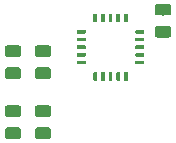
<source format=gbr>
G04 #@! TF.GenerationSoftware,KiCad,Pcbnew,5.0.0*
G04 #@! TF.CreationDate,2018-10-11T21:07:35-04:00*
G04 #@! TF.ProjectId,I2C_Thermocouple,4932435F546865726D6F636F75706C65,rev?*
G04 #@! TF.SameCoordinates,Original*
G04 #@! TF.FileFunction,Paste,Top*
G04 #@! TF.FilePolarity,Positive*
%FSLAX46Y46*%
G04 Gerber Fmt 4.6, Leading zero omitted, Abs format (unit mm)*
G04 Created by KiCad (PCBNEW 5.0.0) date Thu Oct 11 21:07:35 2018*
%MOMM*%
%LPD*%
G01*
G04 APERTURE LIST*
%ADD10C,0.100000*%
%ADD11C,0.300000*%
%ADD12C,0.975000*%
G04 APERTURE END LIST*
D10*
G04 #@! TO.C,U1*
G36*
X192777351Y-84970361D02*
X192784632Y-84971441D01*
X192791771Y-84973229D01*
X192798701Y-84975709D01*
X192805355Y-84978856D01*
X192811668Y-84982640D01*
X192817579Y-84987024D01*
X192823033Y-84991967D01*
X192827976Y-84997421D01*
X192832360Y-85003332D01*
X192836144Y-85009645D01*
X192839291Y-85016299D01*
X192841771Y-85023229D01*
X192843559Y-85030368D01*
X192844639Y-85037649D01*
X192845000Y-85045000D01*
X192845000Y-85195000D01*
X192844639Y-85202351D01*
X192843559Y-85209632D01*
X192841771Y-85216771D01*
X192839291Y-85223701D01*
X192836144Y-85230355D01*
X192832360Y-85236668D01*
X192827976Y-85242579D01*
X192823033Y-85248033D01*
X192817579Y-85252976D01*
X192811668Y-85257360D01*
X192805355Y-85261144D01*
X192798701Y-85264291D01*
X192791771Y-85266771D01*
X192784632Y-85268559D01*
X192777351Y-85269639D01*
X192770000Y-85270000D01*
X192170000Y-85270000D01*
X192162649Y-85269639D01*
X192155368Y-85268559D01*
X192148229Y-85266771D01*
X192141299Y-85264291D01*
X192134645Y-85261144D01*
X192128332Y-85257360D01*
X192122421Y-85252976D01*
X192116967Y-85248033D01*
X192112024Y-85242579D01*
X192107640Y-85236668D01*
X192103856Y-85230355D01*
X192100709Y-85223701D01*
X192098229Y-85216771D01*
X192096441Y-85209632D01*
X192095361Y-85202351D01*
X192095000Y-85195000D01*
X192095000Y-85045000D01*
X192095361Y-85037649D01*
X192096441Y-85030368D01*
X192098229Y-85023229D01*
X192100709Y-85016299D01*
X192103856Y-85009645D01*
X192107640Y-85003332D01*
X192112024Y-84997421D01*
X192116967Y-84991967D01*
X192122421Y-84987024D01*
X192128332Y-84982640D01*
X192134645Y-84978856D01*
X192141299Y-84975709D01*
X192148229Y-84973229D01*
X192155368Y-84971441D01*
X192162649Y-84970361D01*
X192170000Y-84970000D01*
X192770000Y-84970000D01*
X192777351Y-84970361D01*
X192777351Y-84970361D01*
G37*
D11*
X192470000Y-85120000D03*
D10*
G36*
X192777351Y-84320361D02*
X192784632Y-84321441D01*
X192791771Y-84323229D01*
X192798701Y-84325709D01*
X192805355Y-84328856D01*
X192811668Y-84332640D01*
X192817579Y-84337024D01*
X192823033Y-84341967D01*
X192827976Y-84347421D01*
X192832360Y-84353332D01*
X192836144Y-84359645D01*
X192839291Y-84366299D01*
X192841771Y-84373229D01*
X192843559Y-84380368D01*
X192844639Y-84387649D01*
X192845000Y-84395000D01*
X192845000Y-84545000D01*
X192844639Y-84552351D01*
X192843559Y-84559632D01*
X192841771Y-84566771D01*
X192839291Y-84573701D01*
X192836144Y-84580355D01*
X192832360Y-84586668D01*
X192827976Y-84592579D01*
X192823033Y-84598033D01*
X192817579Y-84602976D01*
X192811668Y-84607360D01*
X192805355Y-84611144D01*
X192798701Y-84614291D01*
X192791771Y-84616771D01*
X192784632Y-84618559D01*
X192777351Y-84619639D01*
X192770000Y-84620000D01*
X192170000Y-84620000D01*
X192162649Y-84619639D01*
X192155368Y-84618559D01*
X192148229Y-84616771D01*
X192141299Y-84614291D01*
X192134645Y-84611144D01*
X192128332Y-84607360D01*
X192122421Y-84602976D01*
X192116967Y-84598033D01*
X192112024Y-84592579D01*
X192107640Y-84586668D01*
X192103856Y-84580355D01*
X192100709Y-84573701D01*
X192098229Y-84566771D01*
X192096441Y-84559632D01*
X192095361Y-84552351D01*
X192095000Y-84545000D01*
X192095000Y-84395000D01*
X192095361Y-84387649D01*
X192096441Y-84380368D01*
X192098229Y-84373229D01*
X192100709Y-84366299D01*
X192103856Y-84359645D01*
X192107640Y-84353332D01*
X192112024Y-84347421D01*
X192116967Y-84341967D01*
X192122421Y-84337024D01*
X192128332Y-84332640D01*
X192134645Y-84328856D01*
X192141299Y-84325709D01*
X192148229Y-84323229D01*
X192155368Y-84321441D01*
X192162649Y-84320361D01*
X192170000Y-84320000D01*
X192770000Y-84320000D01*
X192777351Y-84320361D01*
X192777351Y-84320361D01*
G37*
D11*
X192470000Y-84470000D03*
D10*
G36*
X192777351Y-83670361D02*
X192784632Y-83671441D01*
X192791771Y-83673229D01*
X192798701Y-83675709D01*
X192805355Y-83678856D01*
X192811668Y-83682640D01*
X192817579Y-83687024D01*
X192823033Y-83691967D01*
X192827976Y-83697421D01*
X192832360Y-83703332D01*
X192836144Y-83709645D01*
X192839291Y-83716299D01*
X192841771Y-83723229D01*
X192843559Y-83730368D01*
X192844639Y-83737649D01*
X192845000Y-83745000D01*
X192845000Y-83895000D01*
X192844639Y-83902351D01*
X192843559Y-83909632D01*
X192841771Y-83916771D01*
X192839291Y-83923701D01*
X192836144Y-83930355D01*
X192832360Y-83936668D01*
X192827976Y-83942579D01*
X192823033Y-83948033D01*
X192817579Y-83952976D01*
X192811668Y-83957360D01*
X192805355Y-83961144D01*
X192798701Y-83964291D01*
X192791771Y-83966771D01*
X192784632Y-83968559D01*
X192777351Y-83969639D01*
X192770000Y-83970000D01*
X192170000Y-83970000D01*
X192162649Y-83969639D01*
X192155368Y-83968559D01*
X192148229Y-83966771D01*
X192141299Y-83964291D01*
X192134645Y-83961144D01*
X192128332Y-83957360D01*
X192122421Y-83952976D01*
X192116967Y-83948033D01*
X192112024Y-83942579D01*
X192107640Y-83936668D01*
X192103856Y-83930355D01*
X192100709Y-83923701D01*
X192098229Y-83916771D01*
X192096441Y-83909632D01*
X192095361Y-83902351D01*
X192095000Y-83895000D01*
X192095000Y-83745000D01*
X192095361Y-83737649D01*
X192096441Y-83730368D01*
X192098229Y-83723229D01*
X192100709Y-83716299D01*
X192103856Y-83709645D01*
X192107640Y-83703332D01*
X192112024Y-83697421D01*
X192116967Y-83691967D01*
X192122421Y-83687024D01*
X192128332Y-83682640D01*
X192134645Y-83678856D01*
X192141299Y-83675709D01*
X192148229Y-83673229D01*
X192155368Y-83671441D01*
X192162649Y-83670361D01*
X192170000Y-83670000D01*
X192770000Y-83670000D01*
X192777351Y-83670361D01*
X192777351Y-83670361D01*
G37*
D11*
X192470000Y-83820000D03*
D10*
G36*
X192777351Y-83020361D02*
X192784632Y-83021441D01*
X192791771Y-83023229D01*
X192798701Y-83025709D01*
X192805355Y-83028856D01*
X192811668Y-83032640D01*
X192817579Y-83037024D01*
X192823033Y-83041967D01*
X192827976Y-83047421D01*
X192832360Y-83053332D01*
X192836144Y-83059645D01*
X192839291Y-83066299D01*
X192841771Y-83073229D01*
X192843559Y-83080368D01*
X192844639Y-83087649D01*
X192845000Y-83095000D01*
X192845000Y-83245000D01*
X192844639Y-83252351D01*
X192843559Y-83259632D01*
X192841771Y-83266771D01*
X192839291Y-83273701D01*
X192836144Y-83280355D01*
X192832360Y-83286668D01*
X192827976Y-83292579D01*
X192823033Y-83298033D01*
X192817579Y-83302976D01*
X192811668Y-83307360D01*
X192805355Y-83311144D01*
X192798701Y-83314291D01*
X192791771Y-83316771D01*
X192784632Y-83318559D01*
X192777351Y-83319639D01*
X192770000Y-83320000D01*
X192170000Y-83320000D01*
X192162649Y-83319639D01*
X192155368Y-83318559D01*
X192148229Y-83316771D01*
X192141299Y-83314291D01*
X192134645Y-83311144D01*
X192128332Y-83307360D01*
X192122421Y-83302976D01*
X192116967Y-83298033D01*
X192112024Y-83292579D01*
X192107640Y-83286668D01*
X192103856Y-83280355D01*
X192100709Y-83273701D01*
X192098229Y-83266771D01*
X192096441Y-83259632D01*
X192095361Y-83252351D01*
X192095000Y-83245000D01*
X192095000Y-83095000D01*
X192095361Y-83087649D01*
X192096441Y-83080368D01*
X192098229Y-83073229D01*
X192100709Y-83066299D01*
X192103856Y-83059645D01*
X192107640Y-83053332D01*
X192112024Y-83047421D01*
X192116967Y-83041967D01*
X192122421Y-83037024D01*
X192128332Y-83032640D01*
X192134645Y-83028856D01*
X192141299Y-83025709D01*
X192148229Y-83023229D01*
X192155368Y-83021441D01*
X192162649Y-83020361D01*
X192170000Y-83020000D01*
X192770000Y-83020000D01*
X192777351Y-83020361D01*
X192777351Y-83020361D01*
G37*
D11*
X192470000Y-83170000D03*
D10*
G36*
X192777351Y-82370361D02*
X192784632Y-82371441D01*
X192791771Y-82373229D01*
X192798701Y-82375709D01*
X192805355Y-82378856D01*
X192811668Y-82382640D01*
X192817579Y-82387024D01*
X192823033Y-82391967D01*
X192827976Y-82397421D01*
X192832360Y-82403332D01*
X192836144Y-82409645D01*
X192839291Y-82416299D01*
X192841771Y-82423229D01*
X192843559Y-82430368D01*
X192844639Y-82437649D01*
X192845000Y-82445000D01*
X192845000Y-82595000D01*
X192844639Y-82602351D01*
X192843559Y-82609632D01*
X192841771Y-82616771D01*
X192839291Y-82623701D01*
X192836144Y-82630355D01*
X192832360Y-82636668D01*
X192827976Y-82642579D01*
X192823033Y-82648033D01*
X192817579Y-82652976D01*
X192811668Y-82657360D01*
X192805355Y-82661144D01*
X192798701Y-82664291D01*
X192791771Y-82666771D01*
X192784632Y-82668559D01*
X192777351Y-82669639D01*
X192770000Y-82670000D01*
X192170000Y-82670000D01*
X192162649Y-82669639D01*
X192155368Y-82668559D01*
X192148229Y-82666771D01*
X192141299Y-82664291D01*
X192134645Y-82661144D01*
X192128332Y-82657360D01*
X192122421Y-82652976D01*
X192116967Y-82648033D01*
X192112024Y-82642579D01*
X192107640Y-82636668D01*
X192103856Y-82630355D01*
X192100709Y-82623701D01*
X192098229Y-82616771D01*
X192096441Y-82609632D01*
X192095361Y-82602351D01*
X192095000Y-82595000D01*
X192095000Y-82445000D01*
X192095361Y-82437649D01*
X192096441Y-82430368D01*
X192098229Y-82423229D01*
X192100709Y-82416299D01*
X192103856Y-82409645D01*
X192107640Y-82403332D01*
X192112024Y-82397421D01*
X192116967Y-82391967D01*
X192122421Y-82387024D01*
X192128332Y-82382640D01*
X192134645Y-82378856D01*
X192141299Y-82375709D01*
X192148229Y-82373229D01*
X192155368Y-82371441D01*
X192162649Y-82370361D01*
X192170000Y-82370000D01*
X192770000Y-82370000D01*
X192777351Y-82370361D01*
X192777351Y-82370361D01*
G37*
D11*
X192470000Y-82520000D03*
D10*
G36*
X193727351Y-80970361D02*
X193734632Y-80971441D01*
X193741771Y-80973229D01*
X193748701Y-80975709D01*
X193755355Y-80978856D01*
X193761668Y-80982640D01*
X193767579Y-80987024D01*
X193773033Y-80991967D01*
X193777976Y-80997421D01*
X193782360Y-81003332D01*
X193786144Y-81009645D01*
X193789291Y-81016299D01*
X193791771Y-81023229D01*
X193793559Y-81030368D01*
X193794639Y-81037649D01*
X193795000Y-81045000D01*
X193795000Y-81645000D01*
X193794639Y-81652351D01*
X193793559Y-81659632D01*
X193791771Y-81666771D01*
X193789291Y-81673701D01*
X193786144Y-81680355D01*
X193782360Y-81686668D01*
X193777976Y-81692579D01*
X193773033Y-81698033D01*
X193767579Y-81702976D01*
X193761668Y-81707360D01*
X193755355Y-81711144D01*
X193748701Y-81714291D01*
X193741771Y-81716771D01*
X193734632Y-81718559D01*
X193727351Y-81719639D01*
X193720000Y-81720000D01*
X193570000Y-81720000D01*
X193562649Y-81719639D01*
X193555368Y-81718559D01*
X193548229Y-81716771D01*
X193541299Y-81714291D01*
X193534645Y-81711144D01*
X193528332Y-81707360D01*
X193522421Y-81702976D01*
X193516967Y-81698033D01*
X193512024Y-81692579D01*
X193507640Y-81686668D01*
X193503856Y-81680355D01*
X193500709Y-81673701D01*
X193498229Y-81666771D01*
X193496441Y-81659632D01*
X193495361Y-81652351D01*
X193495000Y-81645000D01*
X193495000Y-81045000D01*
X193495361Y-81037649D01*
X193496441Y-81030368D01*
X193498229Y-81023229D01*
X193500709Y-81016299D01*
X193503856Y-81009645D01*
X193507640Y-81003332D01*
X193512024Y-80997421D01*
X193516967Y-80991967D01*
X193522421Y-80987024D01*
X193528332Y-80982640D01*
X193534645Y-80978856D01*
X193541299Y-80975709D01*
X193548229Y-80973229D01*
X193555368Y-80971441D01*
X193562649Y-80970361D01*
X193570000Y-80970000D01*
X193720000Y-80970000D01*
X193727351Y-80970361D01*
X193727351Y-80970361D01*
G37*
D11*
X193645000Y-81345000D03*
D10*
G36*
X194377351Y-80970361D02*
X194384632Y-80971441D01*
X194391771Y-80973229D01*
X194398701Y-80975709D01*
X194405355Y-80978856D01*
X194411668Y-80982640D01*
X194417579Y-80987024D01*
X194423033Y-80991967D01*
X194427976Y-80997421D01*
X194432360Y-81003332D01*
X194436144Y-81009645D01*
X194439291Y-81016299D01*
X194441771Y-81023229D01*
X194443559Y-81030368D01*
X194444639Y-81037649D01*
X194445000Y-81045000D01*
X194445000Y-81645000D01*
X194444639Y-81652351D01*
X194443559Y-81659632D01*
X194441771Y-81666771D01*
X194439291Y-81673701D01*
X194436144Y-81680355D01*
X194432360Y-81686668D01*
X194427976Y-81692579D01*
X194423033Y-81698033D01*
X194417579Y-81702976D01*
X194411668Y-81707360D01*
X194405355Y-81711144D01*
X194398701Y-81714291D01*
X194391771Y-81716771D01*
X194384632Y-81718559D01*
X194377351Y-81719639D01*
X194370000Y-81720000D01*
X194220000Y-81720000D01*
X194212649Y-81719639D01*
X194205368Y-81718559D01*
X194198229Y-81716771D01*
X194191299Y-81714291D01*
X194184645Y-81711144D01*
X194178332Y-81707360D01*
X194172421Y-81702976D01*
X194166967Y-81698033D01*
X194162024Y-81692579D01*
X194157640Y-81686668D01*
X194153856Y-81680355D01*
X194150709Y-81673701D01*
X194148229Y-81666771D01*
X194146441Y-81659632D01*
X194145361Y-81652351D01*
X194145000Y-81645000D01*
X194145000Y-81045000D01*
X194145361Y-81037649D01*
X194146441Y-81030368D01*
X194148229Y-81023229D01*
X194150709Y-81016299D01*
X194153856Y-81009645D01*
X194157640Y-81003332D01*
X194162024Y-80997421D01*
X194166967Y-80991967D01*
X194172421Y-80987024D01*
X194178332Y-80982640D01*
X194184645Y-80978856D01*
X194191299Y-80975709D01*
X194198229Y-80973229D01*
X194205368Y-80971441D01*
X194212649Y-80970361D01*
X194220000Y-80970000D01*
X194370000Y-80970000D01*
X194377351Y-80970361D01*
X194377351Y-80970361D01*
G37*
D11*
X194295000Y-81345000D03*
D10*
G36*
X195027351Y-80970361D02*
X195034632Y-80971441D01*
X195041771Y-80973229D01*
X195048701Y-80975709D01*
X195055355Y-80978856D01*
X195061668Y-80982640D01*
X195067579Y-80987024D01*
X195073033Y-80991967D01*
X195077976Y-80997421D01*
X195082360Y-81003332D01*
X195086144Y-81009645D01*
X195089291Y-81016299D01*
X195091771Y-81023229D01*
X195093559Y-81030368D01*
X195094639Y-81037649D01*
X195095000Y-81045000D01*
X195095000Y-81645000D01*
X195094639Y-81652351D01*
X195093559Y-81659632D01*
X195091771Y-81666771D01*
X195089291Y-81673701D01*
X195086144Y-81680355D01*
X195082360Y-81686668D01*
X195077976Y-81692579D01*
X195073033Y-81698033D01*
X195067579Y-81702976D01*
X195061668Y-81707360D01*
X195055355Y-81711144D01*
X195048701Y-81714291D01*
X195041771Y-81716771D01*
X195034632Y-81718559D01*
X195027351Y-81719639D01*
X195020000Y-81720000D01*
X194870000Y-81720000D01*
X194862649Y-81719639D01*
X194855368Y-81718559D01*
X194848229Y-81716771D01*
X194841299Y-81714291D01*
X194834645Y-81711144D01*
X194828332Y-81707360D01*
X194822421Y-81702976D01*
X194816967Y-81698033D01*
X194812024Y-81692579D01*
X194807640Y-81686668D01*
X194803856Y-81680355D01*
X194800709Y-81673701D01*
X194798229Y-81666771D01*
X194796441Y-81659632D01*
X194795361Y-81652351D01*
X194795000Y-81645000D01*
X194795000Y-81045000D01*
X194795361Y-81037649D01*
X194796441Y-81030368D01*
X194798229Y-81023229D01*
X194800709Y-81016299D01*
X194803856Y-81009645D01*
X194807640Y-81003332D01*
X194812024Y-80997421D01*
X194816967Y-80991967D01*
X194822421Y-80987024D01*
X194828332Y-80982640D01*
X194834645Y-80978856D01*
X194841299Y-80975709D01*
X194848229Y-80973229D01*
X194855368Y-80971441D01*
X194862649Y-80970361D01*
X194870000Y-80970000D01*
X195020000Y-80970000D01*
X195027351Y-80970361D01*
X195027351Y-80970361D01*
G37*
D11*
X194945000Y-81345000D03*
D10*
G36*
X195677351Y-80970361D02*
X195684632Y-80971441D01*
X195691771Y-80973229D01*
X195698701Y-80975709D01*
X195705355Y-80978856D01*
X195711668Y-80982640D01*
X195717579Y-80987024D01*
X195723033Y-80991967D01*
X195727976Y-80997421D01*
X195732360Y-81003332D01*
X195736144Y-81009645D01*
X195739291Y-81016299D01*
X195741771Y-81023229D01*
X195743559Y-81030368D01*
X195744639Y-81037649D01*
X195745000Y-81045000D01*
X195745000Y-81645000D01*
X195744639Y-81652351D01*
X195743559Y-81659632D01*
X195741771Y-81666771D01*
X195739291Y-81673701D01*
X195736144Y-81680355D01*
X195732360Y-81686668D01*
X195727976Y-81692579D01*
X195723033Y-81698033D01*
X195717579Y-81702976D01*
X195711668Y-81707360D01*
X195705355Y-81711144D01*
X195698701Y-81714291D01*
X195691771Y-81716771D01*
X195684632Y-81718559D01*
X195677351Y-81719639D01*
X195670000Y-81720000D01*
X195520000Y-81720000D01*
X195512649Y-81719639D01*
X195505368Y-81718559D01*
X195498229Y-81716771D01*
X195491299Y-81714291D01*
X195484645Y-81711144D01*
X195478332Y-81707360D01*
X195472421Y-81702976D01*
X195466967Y-81698033D01*
X195462024Y-81692579D01*
X195457640Y-81686668D01*
X195453856Y-81680355D01*
X195450709Y-81673701D01*
X195448229Y-81666771D01*
X195446441Y-81659632D01*
X195445361Y-81652351D01*
X195445000Y-81645000D01*
X195445000Y-81045000D01*
X195445361Y-81037649D01*
X195446441Y-81030368D01*
X195448229Y-81023229D01*
X195450709Y-81016299D01*
X195453856Y-81009645D01*
X195457640Y-81003332D01*
X195462024Y-80997421D01*
X195466967Y-80991967D01*
X195472421Y-80987024D01*
X195478332Y-80982640D01*
X195484645Y-80978856D01*
X195491299Y-80975709D01*
X195498229Y-80973229D01*
X195505368Y-80971441D01*
X195512649Y-80970361D01*
X195520000Y-80970000D01*
X195670000Y-80970000D01*
X195677351Y-80970361D01*
X195677351Y-80970361D01*
G37*
D11*
X195595000Y-81345000D03*
D10*
G36*
X196327351Y-80970361D02*
X196334632Y-80971441D01*
X196341771Y-80973229D01*
X196348701Y-80975709D01*
X196355355Y-80978856D01*
X196361668Y-80982640D01*
X196367579Y-80987024D01*
X196373033Y-80991967D01*
X196377976Y-80997421D01*
X196382360Y-81003332D01*
X196386144Y-81009645D01*
X196389291Y-81016299D01*
X196391771Y-81023229D01*
X196393559Y-81030368D01*
X196394639Y-81037649D01*
X196395000Y-81045000D01*
X196395000Y-81645000D01*
X196394639Y-81652351D01*
X196393559Y-81659632D01*
X196391771Y-81666771D01*
X196389291Y-81673701D01*
X196386144Y-81680355D01*
X196382360Y-81686668D01*
X196377976Y-81692579D01*
X196373033Y-81698033D01*
X196367579Y-81702976D01*
X196361668Y-81707360D01*
X196355355Y-81711144D01*
X196348701Y-81714291D01*
X196341771Y-81716771D01*
X196334632Y-81718559D01*
X196327351Y-81719639D01*
X196320000Y-81720000D01*
X196170000Y-81720000D01*
X196162649Y-81719639D01*
X196155368Y-81718559D01*
X196148229Y-81716771D01*
X196141299Y-81714291D01*
X196134645Y-81711144D01*
X196128332Y-81707360D01*
X196122421Y-81702976D01*
X196116967Y-81698033D01*
X196112024Y-81692579D01*
X196107640Y-81686668D01*
X196103856Y-81680355D01*
X196100709Y-81673701D01*
X196098229Y-81666771D01*
X196096441Y-81659632D01*
X196095361Y-81652351D01*
X196095000Y-81645000D01*
X196095000Y-81045000D01*
X196095361Y-81037649D01*
X196096441Y-81030368D01*
X196098229Y-81023229D01*
X196100709Y-81016299D01*
X196103856Y-81009645D01*
X196107640Y-81003332D01*
X196112024Y-80997421D01*
X196116967Y-80991967D01*
X196122421Y-80987024D01*
X196128332Y-80982640D01*
X196134645Y-80978856D01*
X196141299Y-80975709D01*
X196148229Y-80973229D01*
X196155368Y-80971441D01*
X196162649Y-80970361D01*
X196170000Y-80970000D01*
X196320000Y-80970000D01*
X196327351Y-80970361D01*
X196327351Y-80970361D01*
G37*
D11*
X196245000Y-81345000D03*
D10*
G36*
X197727351Y-82370361D02*
X197734632Y-82371441D01*
X197741771Y-82373229D01*
X197748701Y-82375709D01*
X197755355Y-82378856D01*
X197761668Y-82382640D01*
X197767579Y-82387024D01*
X197773033Y-82391967D01*
X197777976Y-82397421D01*
X197782360Y-82403332D01*
X197786144Y-82409645D01*
X197789291Y-82416299D01*
X197791771Y-82423229D01*
X197793559Y-82430368D01*
X197794639Y-82437649D01*
X197795000Y-82445000D01*
X197795000Y-82595000D01*
X197794639Y-82602351D01*
X197793559Y-82609632D01*
X197791771Y-82616771D01*
X197789291Y-82623701D01*
X197786144Y-82630355D01*
X197782360Y-82636668D01*
X197777976Y-82642579D01*
X197773033Y-82648033D01*
X197767579Y-82652976D01*
X197761668Y-82657360D01*
X197755355Y-82661144D01*
X197748701Y-82664291D01*
X197741771Y-82666771D01*
X197734632Y-82668559D01*
X197727351Y-82669639D01*
X197720000Y-82670000D01*
X197120000Y-82670000D01*
X197112649Y-82669639D01*
X197105368Y-82668559D01*
X197098229Y-82666771D01*
X197091299Y-82664291D01*
X197084645Y-82661144D01*
X197078332Y-82657360D01*
X197072421Y-82652976D01*
X197066967Y-82648033D01*
X197062024Y-82642579D01*
X197057640Y-82636668D01*
X197053856Y-82630355D01*
X197050709Y-82623701D01*
X197048229Y-82616771D01*
X197046441Y-82609632D01*
X197045361Y-82602351D01*
X197045000Y-82595000D01*
X197045000Y-82445000D01*
X197045361Y-82437649D01*
X197046441Y-82430368D01*
X197048229Y-82423229D01*
X197050709Y-82416299D01*
X197053856Y-82409645D01*
X197057640Y-82403332D01*
X197062024Y-82397421D01*
X197066967Y-82391967D01*
X197072421Y-82387024D01*
X197078332Y-82382640D01*
X197084645Y-82378856D01*
X197091299Y-82375709D01*
X197098229Y-82373229D01*
X197105368Y-82371441D01*
X197112649Y-82370361D01*
X197120000Y-82370000D01*
X197720000Y-82370000D01*
X197727351Y-82370361D01*
X197727351Y-82370361D01*
G37*
D11*
X197420000Y-82520000D03*
D10*
G36*
X197727351Y-83020361D02*
X197734632Y-83021441D01*
X197741771Y-83023229D01*
X197748701Y-83025709D01*
X197755355Y-83028856D01*
X197761668Y-83032640D01*
X197767579Y-83037024D01*
X197773033Y-83041967D01*
X197777976Y-83047421D01*
X197782360Y-83053332D01*
X197786144Y-83059645D01*
X197789291Y-83066299D01*
X197791771Y-83073229D01*
X197793559Y-83080368D01*
X197794639Y-83087649D01*
X197795000Y-83095000D01*
X197795000Y-83245000D01*
X197794639Y-83252351D01*
X197793559Y-83259632D01*
X197791771Y-83266771D01*
X197789291Y-83273701D01*
X197786144Y-83280355D01*
X197782360Y-83286668D01*
X197777976Y-83292579D01*
X197773033Y-83298033D01*
X197767579Y-83302976D01*
X197761668Y-83307360D01*
X197755355Y-83311144D01*
X197748701Y-83314291D01*
X197741771Y-83316771D01*
X197734632Y-83318559D01*
X197727351Y-83319639D01*
X197720000Y-83320000D01*
X197120000Y-83320000D01*
X197112649Y-83319639D01*
X197105368Y-83318559D01*
X197098229Y-83316771D01*
X197091299Y-83314291D01*
X197084645Y-83311144D01*
X197078332Y-83307360D01*
X197072421Y-83302976D01*
X197066967Y-83298033D01*
X197062024Y-83292579D01*
X197057640Y-83286668D01*
X197053856Y-83280355D01*
X197050709Y-83273701D01*
X197048229Y-83266771D01*
X197046441Y-83259632D01*
X197045361Y-83252351D01*
X197045000Y-83245000D01*
X197045000Y-83095000D01*
X197045361Y-83087649D01*
X197046441Y-83080368D01*
X197048229Y-83073229D01*
X197050709Y-83066299D01*
X197053856Y-83059645D01*
X197057640Y-83053332D01*
X197062024Y-83047421D01*
X197066967Y-83041967D01*
X197072421Y-83037024D01*
X197078332Y-83032640D01*
X197084645Y-83028856D01*
X197091299Y-83025709D01*
X197098229Y-83023229D01*
X197105368Y-83021441D01*
X197112649Y-83020361D01*
X197120000Y-83020000D01*
X197720000Y-83020000D01*
X197727351Y-83020361D01*
X197727351Y-83020361D01*
G37*
D11*
X197420000Y-83170000D03*
D10*
G36*
X197727351Y-83670361D02*
X197734632Y-83671441D01*
X197741771Y-83673229D01*
X197748701Y-83675709D01*
X197755355Y-83678856D01*
X197761668Y-83682640D01*
X197767579Y-83687024D01*
X197773033Y-83691967D01*
X197777976Y-83697421D01*
X197782360Y-83703332D01*
X197786144Y-83709645D01*
X197789291Y-83716299D01*
X197791771Y-83723229D01*
X197793559Y-83730368D01*
X197794639Y-83737649D01*
X197795000Y-83745000D01*
X197795000Y-83895000D01*
X197794639Y-83902351D01*
X197793559Y-83909632D01*
X197791771Y-83916771D01*
X197789291Y-83923701D01*
X197786144Y-83930355D01*
X197782360Y-83936668D01*
X197777976Y-83942579D01*
X197773033Y-83948033D01*
X197767579Y-83952976D01*
X197761668Y-83957360D01*
X197755355Y-83961144D01*
X197748701Y-83964291D01*
X197741771Y-83966771D01*
X197734632Y-83968559D01*
X197727351Y-83969639D01*
X197720000Y-83970000D01*
X197120000Y-83970000D01*
X197112649Y-83969639D01*
X197105368Y-83968559D01*
X197098229Y-83966771D01*
X197091299Y-83964291D01*
X197084645Y-83961144D01*
X197078332Y-83957360D01*
X197072421Y-83952976D01*
X197066967Y-83948033D01*
X197062024Y-83942579D01*
X197057640Y-83936668D01*
X197053856Y-83930355D01*
X197050709Y-83923701D01*
X197048229Y-83916771D01*
X197046441Y-83909632D01*
X197045361Y-83902351D01*
X197045000Y-83895000D01*
X197045000Y-83745000D01*
X197045361Y-83737649D01*
X197046441Y-83730368D01*
X197048229Y-83723229D01*
X197050709Y-83716299D01*
X197053856Y-83709645D01*
X197057640Y-83703332D01*
X197062024Y-83697421D01*
X197066967Y-83691967D01*
X197072421Y-83687024D01*
X197078332Y-83682640D01*
X197084645Y-83678856D01*
X197091299Y-83675709D01*
X197098229Y-83673229D01*
X197105368Y-83671441D01*
X197112649Y-83670361D01*
X197120000Y-83670000D01*
X197720000Y-83670000D01*
X197727351Y-83670361D01*
X197727351Y-83670361D01*
G37*
D11*
X197420000Y-83820000D03*
D10*
G36*
X197727351Y-84320361D02*
X197734632Y-84321441D01*
X197741771Y-84323229D01*
X197748701Y-84325709D01*
X197755355Y-84328856D01*
X197761668Y-84332640D01*
X197767579Y-84337024D01*
X197773033Y-84341967D01*
X197777976Y-84347421D01*
X197782360Y-84353332D01*
X197786144Y-84359645D01*
X197789291Y-84366299D01*
X197791771Y-84373229D01*
X197793559Y-84380368D01*
X197794639Y-84387649D01*
X197795000Y-84395000D01*
X197795000Y-84545000D01*
X197794639Y-84552351D01*
X197793559Y-84559632D01*
X197791771Y-84566771D01*
X197789291Y-84573701D01*
X197786144Y-84580355D01*
X197782360Y-84586668D01*
X197777976Y-84592579D01*
X197773033Y-84598033D01*
X197767579Y-84602976D01*
X197761668Y-84607360D01*
X197755355Y-84611144D01*
X197748701Y-84614291D01*
X197741771Y-84616771D01*
X197734632Y-84618559D01*
X197727351Y-84619639D01*
X197720000Y-84620000D01*
X197120000Y-84620000D01*
X197112649Y-84619639D01*
X197105368Y-84618559D01*
X197098229Y-84616771D01*
X197091299Y-84614291D01*
X197084645Y-84611144D01*
X197078332Y-84607360D01*
X197072421Y-84602976D01*
X197066967Y-84598033D01*
X197062024Y-84592579D01*
X197057640Y-84586668D01*
X197053856Y-84580355D01*
X197050709Y-84573701D01*
X197048229Y-84566771D01*
X197046441Y-84559632D01*
X197045361Y-84552351D01*
X197045000Y-84545000D01*
X197045000Y-84395000D01*
X197045361Y-84387649D01*
X197046441Y-84380368D01*
X197048229Y-84373229D01*
X197050709Y-84366299D01*
X197053856Y-84359645D01*
X197057640Y-84353332D01*
X197062024Y-84347421D01*
X197066967Y-84341967D01*
X197072421Y-84337024D01*
X197078332Y-84332640D01*
X197084645Y-84328856D01*
X197091299Y-84325709D01*
X197098229Y-84323229D01*
X197105368Y-84321441D01*
X197112649Y-84320361D01*
X197120000Y-84320000D01*
X197720000Y-84320000D01*
X197727351Y-84320361D01*
X197727351Y-84320361D01*
G37*
D11*
X197420000Y-84470000D03*
D10*
G36*
X197727351Y-84970361D02*
X197734632Y-84971441D01*
X197741771Y-84973229D01*
X197748701Y-84975709D01*
X197755355Y-84978856D01*
X197761668Y-84982640D01*
X197767579Y-84987024D01*
X197773033Y-84991967D01*
X197777976Y-84997421D01*
X197782360Y-85003332D01*
X197786144Y-85009645D01*
X197789291Y-85016299D01*
X197791771Y-85023229D01*
X197793559Y-85030368D01*
X197794639Y-85037649D01*
X197795000Y-85045000D01*
X197795000Y-85195000D01*
X197794639Y-85202351D01*
X197793559Y-85209632D01*
X197791771Y-85216771D01*
X197789291Y-85223701D01*
X197786144Y-85230355D01*
X197782360Y-85236668D01*
X197777976Y-85242579D01*
X197773033Y-85248033D01*
X197767579Y-85252976D01*
X197761668Y-85257360D01*
X197755355Y-85261144D01*
X197748701Y-85264291D01*
X197741771Y-85266771D01*
X197734632Y-85268559D01*
X197727351Y-85269639D01*
X197720000Y-85270000D01*
X197120000Y-85270000D01*
X197112649Y-85269639D01*
X197105368Y-85268559D01*
X197098229Y-85266771D01*
X197091299Y-85264291D01*
X197084645Y-85261144D01*
X197078332Y-85257360D01*
X197072421Y-85252976D01*
X197066967Y-85248033D01*
X197062024Y-85242579D01*
X197057640Y-85236668D01*
X197053856Y-85230355D01*
X197050709Y-85223701D01*
X197048229Y-85216771D01*
X197046441Y-85209632D01*
X197045361Y-85202351D01*
X197045000Y-85195000D01*
X197045000Y-85045000D01*
X197045361Y-85037649D01*
X197046441Y-85030368D01*
X197048229Y-85023229D01*
X197050709Y-85016299D01*
X197053856Y-85009645D01*
X197057640Y-85003332D01*
X197062024Y-84997421D01*
X197066967Y-84991967D01*
X197072421Y-84987024D01*
X197078332Y-84982640D01*
X197084645Y-84978856D01*
X197091299Y-84975709D01*
X197098229Y-84973229D01*
X197105368Y-84971441D01*
X197112649Y-84970361D01*
X197120000Y-84970000D01*
X197720000Y-84970000D01*
X197727351Y-84970361D01*
X197727351Y-84970361D01*
G37*
D11*
X197420000Y-85120000D03*
D10*
G36*
X196327351Y-85920361D02*
X196334632Y-85921441D01*
X196341771Y-85923229D01*
X196348701Y-85925709D01*
X196355355Y-85928856D01*
X196361668Y-85932640D01*
X196367579Y-85937024D01*
X196373033Y-85941967D01*
X196377976Y-85947421D01*
X196382360Y-85953332D01*
X196386144Y-85959645D01*
X196389291Y-85966299D01*
X196391771Y-85973229D01*
X196393559Y-85980368D01*
X196394639Y-85987649D01*
X196395000Y-85995000D01*
X196395000Y-86595000D01*
X196394639Y-86602351D01*
X196393559Y-86609632D01*
X196391771Y-86616771D01*
X196389291Y-86623701D01*
X196386144Y-86630355D01*
X196382360Y-86636668D01*
X196377976Y-86642579D01*
X196373033Y-86648033D01*
X196367579Y-86652976D01*
X196361668Y-86657360D01*
X196355355Y-86661144D01*
X196348701Y-86664291D01*
X196341771Y-86666771D01*
X196334632Y-86668559D01*
X196327351Y-86669639D01*
X196320000Y-86670000D01*
X196170000Y-86670000D01*
X196162649Y-86669639D01*
X196155368Y-86668559D01*
X196148229Y-86666771D01*
X196141299Y-86664291D01*
X196134645Y-86661144D01*
X196128332Y-86657360D01*
X196122421Y-86652976D01*
X196116967Y-86648033D01*
X196112024Y-86642579D01*
X196107640Y-86636668D01*
X196103856Y-86630355D01*
X196100709Y-86623701D01*
X196098229Y-86616771D01*
X196096441Y-86609632D01*
X196095361Y-86602351D01*
X196095000Y-86595000D01*
X196095000Y-85995000D01*
X196095361Y-85987649D01*
X196096441Y-85980368D01*
X196098229Y-85973229D01*
X196100709Y-85966299D01*
X196103856Y-85959645D01*
X196107640Y-85953332D01*
X196112024Y-85947421D01*
X196116967Y-85941967D01*
X196122421Y-85937024D01*
X196128332Y-85932640D01*
X196134645Y-85928856D01*
X196141299Y-85925709D01*
X196148229Y-85923229D01*
X196155368Y-85921441D01*
X196162649Y-85920361D01*
X196170000Y-85920000D01*
X196320000Y-85920000D01*
X196327351Y-85920361D01*
X196327351Y-85920361D01*
G37*
D11*
X196245000Y-86295000D03*
D10*
G36*
X195677351Y-85920361D02*
X195684632Y-85921441D01*
X195691771Y-85923229D01*
X195698701Y-85925709D01*
X195705355Y-85928856D01*
X195711668Y-85932640D01*
X195717579Y-85937024D01*
X195723033Y-85941967D01*
X195727976Y-85947421D01*
X195732360Y-85953332D01*
X195736144Y-85959645D01*
X195739291Y-85966299D01*
X195741771Y-85973229D01*
X195743559Y-85980368D01*
X195744639Y-85987649D01*
X195745000Y-85995000D01*
X195745000Y-86595000D01*
X195744639Y-86602351D01*
X195743559Y-86609632D01*
X195741771Y-86616771D01*
X195739291Y-86623701D01*
X195736144Y-86630355D01*
X195732360Y-86636668D01*
X195727976Y-86642579D01*
X195723033Y-86648033D01*
X195717579Y-86652976D01*
X195711668Y-86657360D01*
X195705355Y-86661144D01*
X195698701Y-86664291D01*
X195691771Y-86666771D01*
X195684632Y-86668559D01*
X195677351Y-86669639D01*
X195670000Y-86670000D01*
X195520000Y-86670000D01*
X195512649Y-86669639D01*
X195505368Y-86668559D01*
X195498229Y-86666771D01*
X195491299Y-86664291D01*
X195484645Y-86661144D01*
X195478332Y-86657360D01*
X195472421Y-86652976D01*
X195466967Y-86648033D01*
X195462024Y-86642579D01*
X195457640Y-86636668D01*
X195453856Y-86630355D01*
X195450709Y-86623701D01*
X195448229Y-86616771D01*
X195446441Y-86609632D01*
X195445361Y-86602351D01*
X195445000Y-86595000D01*
X195445000Y-85995000D01*
X195445361Y-85987649D01*
X195446441Y-85980368D01*
X195448229Y-85973229D01*
X195450709Y-85966299D01*
X195453856Y-85959645D01*
X195457640Y-85953332D01*
X195462024Y-85947421D01*
X195466967Y-85941967D01*
X195472421Y-85937024D01*
X195478332Y-85932640D01*
X195484645Y-85928856D01*
X195491299Y-85925709D01*
X195498229Y-85923229D01*
X195505368Y-85921441D01*
X195512649Y-85920361D01*
X195520000Y-85920000D01*
X195670000Y-85920000D01*
X195677351Y-85920361D01*
X195677351Y-85920361D01*
G37*
D11*
X195595000Y-86295000D03*
D10*
G36*
X195027351Y-85920361D02*
X195034632Y-85921441D01*
X195041771Y-85923229D01*
X195048701Y-85925709D01*
X195055355Y-85928856D01*
X195061668Y-85932640D01*
X195067579Y-85937024D01*
X195073033Y-85941967D01*
X195077976Y-85947421D01*
X195082360Y-85953332D01*
X195086144Y-85959645D01*
X195089291Y-85966299D01*
X195091771Y-85973229D01*
X195093559Y-85980368D01*
X195094639Y-85987649D01*
X195095000Y-85995000D01*
X195095000Y-86595000D01*
X195094639Y-86602351D01*
X195093559Y-86609632D01*
X195091771Y-86616771D01*
X195089291Y-86623701D01*
X195086144Y-86630355D01*
X195082360Y-86636668D01*
X195077976Y-86642579D01*
X195073033Y-86648033D01*
X195067579Y-86652976D01*
X195061668Y-86657360D01*
X195055355Y-86661144D01*
X195048701Y-86664291D01*
X195041771Y-86666771D01*
X195034632Y-86668559D01*
X195027351Y-86669639D01*
X195020000Y-86670000D01*
X194870000Y-86670000D01*
X194862649Y-86669639D01*
X194855368Y-86668559D01*
X194848229Y-86666771D01*
X194841299Y-86664291D01*
X194834645Y-86661144D01*
X194828332Y-86657360D01*
X194822421Y-86652976D01*
X194816967Y-86648033D01*
X194812024Y-86642579D01*
X194807640Y-86636668D01*
X194803856Y-86630355D01*
X194800709Y-86623701D01*
X194798229Y-86616771D01*
X194796441Y-86609632D01*
X194795361Y-86602351D01*
X194795000Y-86595000D01*
X194795000Y-85995000D01*
X194795361Y-85987649D01*
X194796441Y-85980368D01*
X194798229Y-85973229D01*
X194800709Y-85966299D01*
X194803856Y-85959645D01*
X194807640Y-85953332D01*
X194812024Y-85947421D01*
X194816967Y-85941967D01*
X194822421Y-85937024D01*
X194828332Y-85932640D01*
X194834645Y-85928856D01*
X194841299Y-85925709D01*
X194848229Y-85923229D01*
X194855368Y-85921441D01*
X194862649Y-85920361D01*
X194870000Y-85920000D01*
X195020000Y-85920000D01*
X195027351Y-85920361D01*
X195027351Y-85920361D01*
G37*
D11*
X194945000Y-86295000D03*
D10*
G36*
X194377351Y-85920361D02*
X194384632Y-85921441D01*
X194391771Y-85923229D01*
X194398701Y-85925709D01*
X194405355Y-85928856D01*
X194411668Y-85932640D01*
X194417579Y-85937024D01*
X194423033Y-85941967D01*
X194427976Y-85947421D01*
X194432360Y-85953332D01*
X194436144Y-85959645D01*
X194439291Y-85966299D01*
X194441771Y-85973229D01*
X194443559Y-85980368D01*
X194444639Y-85987649D01*
X194445000Y-85995000D01*
X194445000Y-86595000D01*
X194444639Y-86602351D01*
X194443559Y-86609632D01*
X194441771Y-86616771D01*
X194439291Y-86623701D01*
X194436144Y-86630355D01*
X194432360Y-86636668D01*
X194427976Y-86642579D01*
X194423033Y-86648033D01*
X194417579Y-86652976D01*
X194411668Y-86657360D01*
X194405355Y-86661144D01*
X194398701Y-86664291D01*
X194391771Y-86666771D01*
X194384632Y-86668559D01*
X194377351Y-86669639D01*
X194370000Y-86670000D01*
X194220000Y-86670000D01*
X194212649Y-86669639D01*
X194205368Y-86668559D01*
X194198229Y-86666771D01*
X194191299Y-86664291D01*
X194184645Y-86661144D01*
X194178332Y-86657360D01*
X194172421Y-86652976D01*
X194166967Y-86648033D01*
X194162024Y-86642579D01*
X194157640Y-86636668D01*
X194153856Y-86630355D01*
X194150709Y-86623701D01*
X194148229Y-86616771D01*
X194146441Y-86609632D01*
X194145361Y-86602351D01*
X194145000Y-86595000D01*
X194145000Y-85995000D01*
X194145361Y-85987649D01*
X194146441Y-85980368D01*
X194148229Y-85973229D01*
X194150709Y-85966299D01*
X194153856Y-85959645D01*
X194157640Y-85953332D01*
X194162024Y-85947421D01*
X194166967Y-85941967D01*
X194172421Y-85937024D01*
X194178332Y-85932640D01*
X194184645Y-85928856D01*
X194191299Y-85925709D01*
X194198229Y-85923229D01*
X194205368Y-85921441D01*
X194212649Y-85920361D01*
X194220000Y-85920000D01*
X194370000Y-85920000D01*
X194377351Y-85920361D01*
X194377351Y-85920361D01*
G37*
D11*
X194295000Y-86295000D03*
D10*
G36*
X193727351Y-85920361D02*
X193734632Y-85921441D01*
X193741771Y-85923229D01*
X193748701Y-85925709D01*
X193755355Y-85928856D01*
X193761668Y-85932640D01*
X193767579Y-85937024D01*
X193773033Y-85941967D01*
X193777976Y-85947421D01*
X193782360Y-85953332D01*
X193786144Y-85959645D01*
X193789291Y-85966299D01*
X193791771Y-85973229D01*
X193793559Y-85980368D01*
X193794639Y-85987649D01*
X193795000Y-85995000D01*
X193795000Y-86595000D01*
X193794639Y-86602351D01*
X193793559Y-86609632D01*
X193791771Y-86616771D01*
X193789291Y-86623701D01*
X193786144Y-86630355D01*
X193782360Y-86636668D01*
X193777976Y-86642579D01*
X193773033Y-86648033D01*
X193767579Y-86652976D01*
X193761668Y-86657360D01*
X193755355Y-86661144D01*
X193748701Y-86664291D01*
X193741771Y-86666771D01*
X193734632Y-86668559D01*
X193727351Y-86669639D01*
X193720000Y-86670000D01*
X193570000Y-86670000D01*
X193562649Y-86669639D01*
X193555368Y-86668559D01*
X193548229Y-86666771D01*
X193541299Y-86664291D01*
X193534645Y-86661144D01*
X193528332Y-86657360D01*
X193522421Y-86652976D01*
X193516967Y-86648033D01*
X193512024Y-86642579D01*
X193507640Y-86636668D01*
X193503856Y-86630355D01*
X193500709Y-86623701D01*
X193498229Y-86616771D01*
X193496441Y-86609632D01*
X193495361Y-86602351D01*
X193495000Y-86595000D01*
X193495000Y-85995000D01*
X193495361Y-85987649D01*
X193496441Y-85980368D01*
X193498229Y-85973229D01*
X193500709Y-85966299D01*
X193503856Y-85959645D01*
X193507640Y-85953332D01*
X193512024Y-85947421D01*
X193516967Y-85941967D01*
X193522421Y-85937024D01*
X193528332Y-85932640D01*
X193534645Y-85928856D01*
X193541299Y-85925709D01*
X193548229Y-85923229D01*
X193555368Y-85921441D01*
X193562649Y-85920361D01*
X193570000Y-85920000D01*
X193720000Y-85920000D01*
X193727351Y-85920361D01*
X193727351Y-85920361D01*
G37*
D11*
X193645000Y-86295000D03*
G04 #@! TD*
D10*
G04 #@! TO.C,C1*
G36*
X199870142Y-82033674D02*
X199893803Y-82037184D01*
X199917007Y-82042996D01*
X199939529Y-82051054D01*
X199961153Y-82061282D01*
X199981670Y-82073579D01*
X200000883Y-82087829D01*
X200018607Y-82103893D01*
X200034671Y-82121617D01*
X200048921Y-82140830D01*
X200061218Y-82161347D01*
X200071446Y-82182971D01*
X200079504Y-82205493D01*
X200085316Y-82228697D01*
X200088826Y-82252358D01*
X200090000Y-82276250D01*
X200090000Y-82763750D01*
X200088826Y-82787642D01*
X200085316Y-82811303D01*
X200079504Y-82834507D01*
X200071446Y-82857029D01*
X200061218Y-82878653D01*
X200048921Y-82899170D01*
X200034671Y-82918383D01*
X200018607Y-82936107D01*
X200000883Y-82952171D01*
X199981670Y-82966421D01*
X199961153Y-82978718D01*
X199939529Y-82988946D01*
X199917007Y-82997004D01*
X199893803Y-83002816D01*
X199870142Y-83006326D01*
X199846250Y-83007500D01*
X198933750Y-83007500D01*
X198909858Y-83006326D01*
X198886197Y-83002816D01*
X198862993Y-82997004D01*
X198840471Y-82988946D01*
X198818847Y-82978718D01*
X198798330Y-82966421D01*
X198779117Y-82952171D01*
X198761393Y-82936107D01*
X198745329Y-82918383D01*
X198731079Y-82899170D01*
X198718782Y-82878653D01*
X198708554Y-82857029D01*
X198700496Y-82834507D01*
X198694684Y-82811303D01*
X198691174Y-82787642D01*
X198690000Y-82763750D01*
X198690000Y-82276250D01*
X198691174Y-82252358D01*
X198694684Y-82228697D01*
X198700496Y-82205493D01*
X198708554Y-82182971D01*
X198718782Y-82161347D01*
X198731079Y-82140830D01*
X198745329Y-82121617D01*
X198761393Y-82103893D01*
X198779117Y-82087829D01*
X198798330Y-82073579D01*
X198818847Y-82061282D01*
X198840471Y-82051054D01*
X198862993Y-82042996D01*
X198886197Y-82037184D01*
X198909858Y-82033674D01*
X198933750Y-82032500D01*
X199846250Y-82032500D01*
X199870142Y-82033674D01*
X199870142Y-82033674D01*
G37*
D12*
X199390000Y-82520000D03*
D10*
G36*
X199870142Y-80158674D02*
X199893803Y-80162184D01*
X199917007Y-80167996D01*
X199939529Y-80176054D01*
X199961153Y-80186282D01*
X199981670Y-80198579D01*
X200000883Y-80212829D01*
X200018607Y-80228893D01*
X200034671Y-80246617D01*
X200048921Y-80265830D01*
X200061218Y-80286347D01*
X200071446Y-80307971D01*
X200079504Y-80330493D01*
X200085316Y-80353697D01*
X200088826Y-80377358D01*
X200090000Y-80401250D01*
X200090000Y-80888750D01*
X200088826Y-80912642D01*
X200085316Y-80936303D01*
X200079504Y-80959507D01*
X200071446Y-80982029D01*
X200061218Y-81003653D01*
X200048921Y-81024170D01*
X200034671Y-81043383D01*
X200018607Y-81061107D01*
X200000883Y-81077171D01*
X199981670Y-81091421D01*
X199961153Y-81103718D01*
X199939529Y-81113946D01*
X199917007Y-81122004D01*
X199893803Y-81127816D01*
X199870142Y-81131326D01*
X199846250Y-81132500D01*
X198933750Y-81132500D01*
X198909858Y-81131326D01*
X198886197Y-81127816D01*
X198862993Y-81122004D01*
X198840471Y-81113946D01*
X198818847Y-81103718D01*
X198798330Y-81091421D01*
X198779117Y-81077171D01*
X198761393Y-81061107D01*
X198745329Y-81043383D01*
X198731079Y-81024170D01*
X198718782Y-81003653D01*
X198708554Y-80982029D01*
X198700496Y-80959507D01*
X198694684Y-80936303D01*
X198691174Y-80912642D01*
X198690000Y-80888750D01*
X198690000Y-80401250D01*
X198691174Y-80377358D01*
X198694684Y-80353697D01*
X198700496Y-80330493D01*
X198708554Y-80307971D01*
X198718782Y-80286347D01*
X198731079Y-80265830D01*
X198745329Y-80246617D01*
X198761393Y-80228893D01*
X198779117Y-80212829D01*
X198798330Y-80198579D01*
X198818847Y-80186282D01*
X198840471Y-80176054D01*
X198862993Y-80167996D01*
X198886197Y-80162184D01*
X198909858Y-80158674D01*
X198933750Y-80157500D01*
X199846250Y-80157500D01*
X199870142Y-80158674D01*
X199870142Y-80158674D01*
G37*
D12*
X199390000Y-80645000D03*
G04 #@! TD*
D10*
G04 #@! TO.C,R4*
G36*
X189710142Y-85541174D02*
X189733803Y-85544684D01*
X189757007Y-85550496D01*
X189779529Y-85558554D01*
X189801153Y-85568782D01*
X189821670Y-85581079D01*
X189840883Y-85595329D01*
X189858607Y-85611393D01*
X189874671Y-85629117D01*
X189888921Y-85648330D01*
X189901218Y-85668847D01*
X189911446Y-85690471D01*
X189919504Y-85712993D01*
X189925316Y-85736197D01*
X189928826Y-85759858D01*
X189930000Y-85783750D01*
X189930000Y-86271250D01*
X189928826Y-86295142D01*
X189925316Y-86318803D01*
X189919504Y-86342007D01*
X189911446Y-86364529D01*
X189901218Y-86386153D01*
X189888921Y-86406670D01*
X189874671Y-86425883D01*
X189858607Y-86443607D01*
X189840883Y-86459671D01*
X189821670Y-86473921D01*
X189801153Y-86486218D01*
X189779529Y-86496446D01*
X189757007Y-86504504D01*
X189733803Y-86510316D01*
X189710142Y-86513826D01*
X189686250Y-86515000D01*
X188773750Y-86515000D01*
X188749858Y-86513826D01*
X188726197Y-86510316D01*
X188702993Y-86504504D01*
X188680471Y-86496446D01*
X188658847Y-86486218D01*
X188638330Y-86473921D01*
X188619117Y-86459671D01*
X188601393Y-86443607D01*
X188585329Y-86425883D01*
X188571079Y-86406670D01*
X188558782Y-86386153D01*
X188548554Y-86364529D01*
X188540496Y-86342007D01*
X188534684Y-86318803D01*
X188531174Y-86295142D01*
X188530000Y-86271250D01*
X188530000Y-85783750D01*
X188531174Y-85759858D01*
X188534684Y-85736197D01*
X188540496Y-85712993D01*
X188548554Y-85690471D01*
X188558782Y-85668847D01*
X188571079Y-85648330D01*
X188585329Y-85629117D01*
X188601393Y-85611393D01*
X188619117Y-85595329D01*
X188638330Y-85581079D01*
X188658847Y-85568782D01*
X188680471Y-85558554D01*
X188702993Y-85550496D01*
X188726197Y-85544684D01*
X188749858Y-85541174D01*
X188773750Y-85540000D01*
X189686250Y-85540000D01*
X189710142Y-85541174D01*
X189710142Y-85541174D01*
G37*
D12*
X189230000Y-86027500D03*
D10*
G36*
X189710142Y-83666174D02*
X189733803Y-83669684D01*
X189757007Y-83675496D01*
X189779529Y-83683554D01*
X189801153Y-83693782D01*
X189821670Y-83706079D01*
X189840883Y-83720329D01*
X189858607Y-83736393D01*
X189874671Y-83754117D01*
X189888921Y-83773330D01*
X189901218Y-83793847D01*
X189911446Y-83815471D01*
X189919504Y-83837993D01*
X189925316Y-83861197D01*
X189928826Y-83884858D01*
X189930000Y-83908750D01*
X189930000Y-84396250D01*
X189928826Y-84420142D01*
X189925316Y-84443803D01*
X189919504Y-84467007D01*
X189911446Y-84489529D01*
X189901218Y-84511153D01*
X189888921Y-84531670D01*
X189874671Y-84550883D01*
X189858607Y-84568607D01*
X189840883Y-84584671D01*
X189821670Y-84598921D01*
X189801153Y-84611218D01*
X189779529Y-84621446D01*
X189757007Y-84629504D01*
X189733803Y-84635316D01*
X189710142Y-84638826D01*
X189686250Y-84640000D01*
X188773750Y-84640000D01*
X188749858Y-84638826D01*
X188726197Y-84635316D01*
X188702993Y-84629504D01*
X188680471Y-84621446D01*
X188658847Y-84611218D01*
X188638330Y-84598921D01*
X188619117Y-84584671D01*
X188601393Y-84568607D01*
X188585329Y-84550883D01*
X188571079Y-84531670D01*
X188558782Y-84511153D01*
X188548554Y-84489529D01*
X188540496Y-84467007D01*
X188534684Y-84443803D01*
X188531174Y-84420142D01*
X188530000Y-84396250D01*
X188530000Y-83908750D01*
X188531174Y-83884858D01*
X188534684Y-83861197D01*
X188540496Y-83837993D01*
X188548554Y-83815471D01*
X188558782Y-83793847D01*
X188571079Y-83773330D01*
X188585329Y-83754117D01*
X188601393Y-83736393D01*
X188619117Y-83720329D01*
X188638330Y-83706079D01*
X188658847Y-83693782D01*
X188680471Y-83683554D01*
X188702993Y-83675496D01*
X188726197Y-83669684D01*
X188749858Y-83666174D01*
X188773750Y-83665000D01*
X189686250Y-83665000D01*
X189710142Y-83666174D01*
X189710142Y-83666174D01*
G37*
D12*
X189230000Y-84152500D03*
G04 #@! TD*
D10*
G04 #@! TO.C,R3*
G36*
X187170142Y-85541174D02*
X187193803Y-85544684D01*
X187217007Y-85550496D01*
X187239529Y-85558554D01*
X187261153Y-85568782D01*
X187281670Y-85581079D01*
X187300883Y-85595329D01*
X187318607Y-85611393D01*
X187334671Y-85629117D01*
X187348921Y-85648330D01*
X187361218Y-85668847D01*
X187371446Y-85690471D01*
X187379504Y-85712993D01*
X187385316Y-85736197D01*
X187388826Y-85759858D01*
X187390000Y-85783750D01*
X187390000Y-86271250D01*
X187388826Y-86295142D01*
X187385316Y-86318803D01*
X187379504Y-86342007D01*
X187371446Y-86364529D01*
X187361218Y-86386153D01*
X187348921Y-86406670D01*
X187334671Y-86425883D01*
X187318607Y-86443607D01*
X187300883Y-86459671D01*
X187281670Y-86473921D01*
X187261153Y-86486218D01*
X187239529Y-86496446D01*
X187217007Y-86504504D01*
X187193803Y-86510316D01*
X187170142Y-86513826D01*
X187146250Y-86515000D01*
X186233750Y-86515000D01*
X186209858Y-86513826D01*
X186186197Y-86510316D01*
X186162993Y-86504504D01*
X186140471Y-86496446D01*
X186118847Y-86486218D01*
X186098330Y-86473921D01*
X186079117Y-86459671D01*
X186061393Y-86443607D01*
X186045329Y-86425883D01*
X186031079Y-86406670D01*
X186018782Y-86386153D01*
X186008554Y-86364529D01*
X186000496Y-86342007D01*
X185994684Y-86318803D01*
X185991174Y-86295142D01*
X185990000Y-86271250D01*
X185990000Y-85783750D01*
X185991174Y-85759858D01*
X185994684Y-85736197D01*
X186000496Y-85712993D01*
X186008554Y-85690471D01*
X186018782Y-85668847D01*
X186031079Y-85648330D01*
X186045329Y-85629117D01*
X186061393Y-85611393D01*
X186079117Y-85595329D01*
X186098330Y-85581079D01*
X186118847Y-85568782D01*
X186140471Y-85558554D01*
X186162993Y-85550496D01*
X186186197Y-85544684D01*
X186209858Y-85541174D01*
X186233750Y-85540000D01*
X187146250Y-85540000D01*
X187170142Y-85541174D01*
X187170142Y-85541174D01*
G37*
D12*
X186690000Y-86027500D03*
D10*
G36*
X187170142Y-83666174D02*
X187193803Y-83669684D01*
X187217007Y-83675496D01*
X187239529Y-83683554D01*
X187261153Y-83693782D01*
X187281670Y-83706079D01*
X187300883Y-83720329D01*
X187318607Y-83736393D01*
X187334671Y-83754117D01*
X187348921Y-83773330D01*
X187361218Y-83793847D01*
X187371446Y-83815471D01*
X187379504Y-83837993D01*
X187385316Y-83861197D01*
X187388826Y-83884858D01*
X187390000Y-83908750D01*
X187390000Y-84396250D01*
X187388826Y-84420142D01*
X187385316Y-84443803D01*
X187379504Y-84467007D01*
X187371446Y-84489529D01*
X187361218Y-84511153D01*
X187348921Y-84531670D01*
X187334671Y-84550883D01*
X187318607Y-84568607D01*
X187300883Y-84584671D01*
X187281670Y-84598921D01*
X187261153Y-84611218D01*
X187239529Y-84621446D01*
X187217007Y-84629504D01*
X187193803Y-84635316D01*
X187170142Y-84638826D01*
X187146250Y-84640000D01*
X186233750Y-84640000D01*
X186209858Y-84638826D01*
X186186197Y-84635316D01*
X186162993Y-84629504D01*
X186140471Y-84621446D01*
X186118847Y-84611218D01*
X186098330Y-84598921D01*
X186079117Y-84584671D01*
X186061393Y-84568607D01*
X186045329Y-84550883D01*
X186031079Y-84531670D01*
X186018782Y-84511153D01*
X186008554Y-84489529D01*
X186000496Y-84467007D01*
X185994684Y-84443803D01*
X185991174Y-84420142D01*
X185990000Y-84396250D01*
X185990000Y-83908750D01*
X185991174Y-83884858D01*
X185994684Y-83861197D01*
X186000496Y-83837993D01*
X186008554Y-83815471D01*
X186018782Y-83793847D01*
X186031079Y-83773330D01*
X186045329Y-83754117D01*
X186061393Y-83736393D01*
X186079117Y-83720329D01*
X186098330Y-83706079D01*
X186118847Y-83693782D01*
X186140471Y-83683554D01*
X186162993Y-83675496D01*
X186186197Y-83669684D01*
X186209858Y-83666174D01*
X186233750Y-83665000D01*
X187146250Y-83665000D01*
X187170142Y-83666174D01*
X187170142Y-83666174D01*
G37*
D12*
X186690000Y-84152500D03*
G04 #@! TD*
D10*
G04 #@! TO.C,R2*
G36*
X189710142Y-88746174D02*
X189733803Y-88749684D01*
X189757007Y-88755496D01*
X189779529Y-88763554D01*
X189801153Y-88773782D01*
X189821670Y-88786079D01*
X189840883Y-88800329D01*
X189858607Y-88816393D01*
X189874671Y-88834117D01*
X189888921Y-88853330D01*
X189901218Y-88873847D01*
X189911446Y-88895471D01*
X189919504Y-88917993D01*
X189925316Y-88941197D01*
X189928826Y-88964858D01*
X189930000Y-88988750D01*
X189930000Y-89476250D01*
X189928826Y-89500142D01*
X189925316Y-89523803D01*
X189919504Y-89547007D01*
X189911446Y-89569529D01*
X189901218Y-89591153D01*
X189888921Y-89611670D01*
X189874671Y-89630883D01*
X189858607Y-89648607D01*
X189840883Y-89664671D01*
X189821670Y-89678921D01*
X189801153Y-89691218D01*
X189779529Y-89701446D01*
X189757007Y-89709504D01*
X189733803Y-89715316D01*
X189710142Y-89718826D01*
X189686250Y-89720000D01*
X188773750Y-89720000D01*
X188749858Y-89718826D01*
X188726197Y-89715316D01*
X188702993Y-89709504D01*
X188680471Y-89701446D01*
X188658847Y-89691218D01*
X188638330Y-89678921D01*
X188619117Y-89664671D01*
X188601393Y-89648607D01*
X188585329Y-89630883D01*
X188571079Y-89611670D01*
X188558782Y-89591153D01*
X188548554Y-89569529D01*
X188540496Y-89547007D01*
X188534684Y-89523803D01*
X188531174Y-89500142D01*
X188530000Y-89476250D01*
X188530000Y-88988750D01*
X188531174Y-88964858D01*
X188534684Y-88941197D01*
X188540496Y-88917993D01*
X188548554Y-88895471D01*
X188558782Y-88873847D01*
X188571079Y-88853330D01*
X188585329Y-88834117D01*
X188601393Y-88816393D01*
X188619117Y-88800329D01*
X188638330Y-88786079D01*
X188658847Y-88773782D01*
X188680471Y-88763554D01*
X188702993Y-88755496D01*
X188726197Y-88749684D01*
X188749858Y-88746174D01*
X188773750Y-88745000D01*
X189686250Y-88745000D01*
X189710142Y-88746174D01*
X189710142Y-88746174D01*
G37*
D12*
X189230000Y-89232500D03*
D10*
G36*
X189710142Y-90621174D02*
X189733803Y-90624684D01*
X189757007Y-90630496D01*
X189779529Y-90638554D01*
X189801153Y-90648782D01*
X189821670Y-90661079D01*
X189840883Y-90675329D01*
X189858607Y-90691393D01*
X189874671Y-90709117D01*
X189888921Y-90728330D01*
X189901218Y-90748847D01*
X189911446Y-90770471D01*
X189919504Y-90792993D01*
X189925316Y-90816197D01*
X189928826Y-90839858D01*
X189930000Y-90863750D01*
X189930000Y-91351250D01*
X189928826Y-91375142D01*
X189925316Y-91398803D01*
X189919504Y-91422007D01*
X189911446Y-91444529D01*
X189901218Y-91466153D01*
X189888921Y-91486670D01*
X189874671Y-91505883D01*
X189858607Y-91523607D01*
X189840883Y-91539671D01*
X189821670Y-91553921D01*
X189801153Y-91566218D01*
X189779529Y-91576446D01*
X189757007Y-91584504D01*
X189733803Y-91590316D01*
X189710142Y-91593826D01*
X189686250Y-91595000D01*
X188773750Y-91595000D01*
X188749858Y-91593826D01*
X188726197Y-91590316D01*
X188702993Y-91584504D01*
X188680471Y-91576446D01*
X188658847Y-91566218D01*
X188638330Y-91553921D01*
X188619117Y-91539671D01*
X188601393Y-91523607D01*
X188585329Y-91505883D01*
X188571079Y-91486670D01*
X188558782Y-91466153D01*
X188548554Y-91444529D01*
X188540496Y-91422007D01*
X188534684Y-91398803D01*
X188531174Y-91375142D01*
X188530000Y-91351250D01*
X188530000Y-90863750D01*
X188531174Y-90839858D01*
X188534684Y-90816197D01*
X188540496Y-90792993D01*
X188548554Y-90770471D01*
X188558782Y-90748847D01*
X188571079Y-90728330D01*
X188585329Y-90709117D01*
X188601393Y-90691393D01*
X188619117Y-90675329D01*
X188638330Y-90661079D01*
X188658847Y-90648782D01*
X188680471Y-90638554D01*
X188702993Y-90630496D01*
X188726197Y-90624684D01*
X188749858Y-90621174D01*
X188773750Y-90620000D01*
X189686250Y-90620000D01*
X189710142Y-90621174D01*
X189710142Y-90621174D01*
G37*
D12*
X189230000Y-91107500D03*
G04 #@! TD*
D10*
G04 #@! TO.C,R1*
G36*
X187170142Y-90621174D02*
X187193803Y-90624684D01*
X187217007Y-90630496D01*
X187239529Y-90638554D01*
X187261153Y-90648782D01*
X187281670Y-90661079D01*
X187300883Y-90675329D01*
X187318607Y-90691393D01*
X187334671Y-90709117D01*
X187348921Y-90728330D01*
X187361218Y-90748847D01*
X187371446Y-90770471D01*
X187379504Y-90792993D01*
X187385316Y-90816197D01*
X187388826Y-90839858D01*
X187390000Y-90863750D01*
X187390000Y-91351250D01*
X187388826Y-91375142D01*
X187385316Y-91398803D01*
X187379504Y-91422007D01*
X187371446Y-91444529D01*
X187361218Y-91466153D01*
X187348921Y-91486670D01*
X187334671Y-91505883D01*
X187318607Y-91523607D01*
X187300883Y-91539671D01*
X187281670Y-91553921D01*
X187261153Y-91566218D01*
X187239529Y-91576446D01*
X187217007Y-91584504D01*
X187193803Y-91590316D01*
X187170142Y-91593826D01*
X187146250Y-91595000D01*
X186233750Y-91595000D01*
X186209858Y-91593826D01*
X186186197Y-91590316D01*
X186162993Y-91584504D01*
X186140471Y-91576446D01*
X186118847Y-91566218D01*
X186098330Y-91553921D01*
X186079117Y-91539671D01*
X186061393Y-91523607D01*
X186045329Y-91505883D01*
X186031079Y-91486670D01*
X186018782Y-91466153D01*
X186008554Y-91444529D01*
X186000496Y-91422007D01*
X185994684Y-91398803D01*
X185991174Y-91375142D01*
X185990000Y-91351250D01*
X185990000Y-90863750D01*
X185991174Y-90839858D01*
X185994684Y-90816197D01*
X186000496Y-90792993D01*
X186008554Y-90770471D01*
X186018782Y-90748847D01*
X186031079Y-90728330D01*
X186045329Y-90709117D01*
X186061393Y-90691393D01*
X186079117Y-90675329D01*
X186098330Y-90661079D01*
X186118847Y-90648782D01*
X186140471Y-90638554D01*
X186162993Y-90630496D01*
X186186197Y-90624684D01*
X186209858Y-90621174D01*
X186233750Y-90620000D01*
X187146250Y-90620000D01*
X187170142Y-90621174D01*
X187170142Y-90621174D01*
G37*
D12*
X186690000Y-91107500D03*
D10*
G36*
X187170142Y-88746174D02*
X187193803Y-88749684D01*
X187217007Y-88755496D01*
X187239529Y-88763554D01*
X187261153Y-88773782D01*
X187281670Y-88786079D01*
X187300883Y-88800329D01*
X187318607Y-88816393D01*
X187334671Y-88834117D01*
X187348921Y-88853330D01*
X187361218Y-88873847D01*
X187371446Y-88895471D01*
X187379504Y-88917993D01*
X187385316Y-88941197D01*
X187388826Y-88964858D01*
X187390000Y-88988750D01*
X187390000Y-89476250D01*
X187388826Y-89500142D01*
X187385316Y-89523803D01*
X187379504Y-89547007D01*
X187371446Y-89569529D01*
X187361218Y-89591153D01*
X187348921Y-89611670D01*
X187334671Y-89630883D01*
X187318607Y-89648607D01*
X187300883Y-89664671D01*
X187281670Y-89678921D01*
X187261153Y-89691218D01*
X187239529Y-89701446D01*
X187217007Y-89709504D01*
X187193803Y-89715316D01*
X187170142Y-89718826D01*
X187146250Y-89720000D01*
X186233750Y-89720000D01*
X186209858Y-89718826D01*
X186186197Y-89715316D01*
X186162993Y-89709504D01*
X186140471Y-89701446D01*
X186118847Y-89691218D01*
X186098330Y-89678921D01*
X186079117Y-89664671D01*
X186061393Y-89648607D01*
X186045329Y-89630883D01*
X186031079Y-89611670D01*
X186018782Y-89591153D01*
X186008554Y-89569529D01*
X186000496Y-89547007D01*
X185994684Y-89523803D01*
X185991174Y-89500142D01*
X185990000Y-89476250D01*
X185990000Y-88988750D01*
X185991174Y-88964858D01*
X185994684Y-88941197D01*
X186000496Y-88917993D01*
X186008554Y-88895471D01*
X186018782Y-88873847D01*
X186031079Y-88853330D01*
X186045329Y-88834117D01*
X186061393Y-88816393D01*
X186079117Y-88800329D01*
X186098330Y-88786079D01*
X186118847Y-88773782D01*
X186140471Y-88763554D01*
X186162993Y-88755496D01*
X186186197Y-88749684D01*
X186209858Y-88746174D01*
X186233750Y-88745000D01*
X187146250Y-88745000D01*
X187170142Y-88746174D01*
X187170142Y-88746174D01*
G37*
D12*
X186690000Y-89232500D03*
G04 #@! TD*
M02*

</source>
